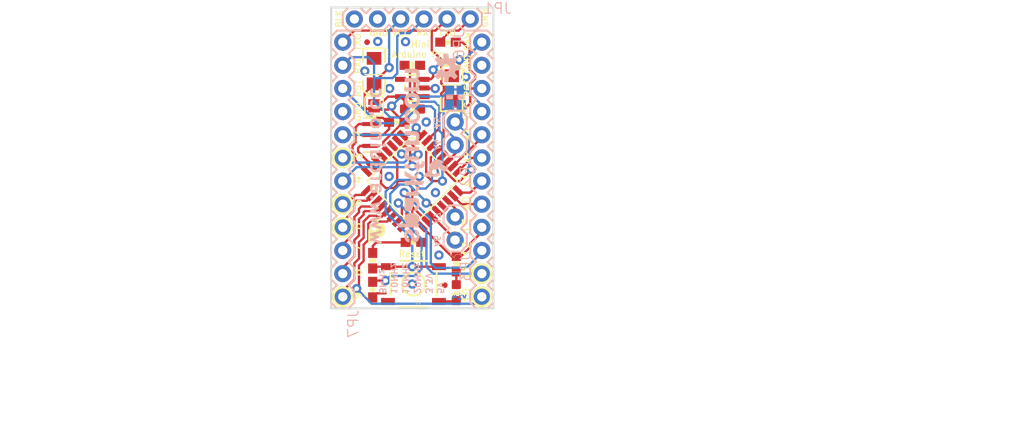
<source format=kicad_pcb>
(kicad_pcb (version 20211014) (generator pcbnew)
  (layers (0 "F.Cu" signal) (31 "B.Cu" signal) (34 "B.Paste" user) (35 "F.Paste" user) (36 "B.SilkS" user "B.Silkscreen") (37 "F.SilkS" user "F.Silkscreen") (38 "B.Mask" user) (39 "F.Mask" user) (44 "Edge.Cuts" user))
  (net 0 "")
  (net 1 "GND")
  (net 2 "AREF")
  (net 3 "RESET")
  (net 4 "SCK")
  (net 5 "MISO")
  (net 6 "MOSI")
  (net 7 "N$7")
  (net 8 "TXO")
  (net 9 "VCC")
  (net 10 "RAW")
  (net 11 "D9")
  (net 12 "D8")
  (net 13 "A5")
  (net 14 "A4")
  (net 15 "A3")
  (net 16 "A2")
  (net 17 "A1")
  (net 18 "A0")
  (net 19 "D2")
  (net 20 "D3")
  (net 21 "D4")
  (net 22 "D5")
  (net 23 "D6")
  (net 24 "D7")
  (net 25 "D10")
  (net 26 "N$1")
  (net 27 "N$2")
  (net 28 "DTR")
  (net 29 "RXI")
  (net 30 "A6")
  (net 31 "A7")
  (net 32 "N$3")
  (net 33 "N$4")
  (footprint "Arduino-Pro-Mini:0603-LED-ALT1" (layer "F.Cu") (at 153.3271 119.7864 180)
    (fp_text reference "D3")
    (fp_text value "Green")
  )
  (footprint "Arduino-Pro-Mini:SFE-LOGO-FLAME" (layer "F.Cu") (at 143.6751 114.5286)
    (fp_text reference "U$1" hide)
    (fp_text value "LOGO-SFESK" hide)
  )
  (footprint "Arduino-Pro-Mini:EIA3216" (layer "F.Cu") (at 152.8191 97.3836 90)
    (fp_text reference "C19")
    (fp_text value "10uF")
  )
  (footprint "Arduino-Pro-Mini:EIA3216" (layer "F.Cu") (at 144.3101 95.4786 -90)
    (fp_text reference "C13")
    (fp_text value "10uF")
  )
  (footprint "Arduino-Pro-Mini:0603-LED-ALT1" (layer "F.Cu") (at 148.5265 99.6442 -90)
    (fp_text reference "LED1")
    (fp_text value "Red")
  )
  (footprint "Arduino-Pro-Mini:MICRO-FIDUCIAL" (layer "F.Cu") (at 152.0571 118.9736)
    (fp_text reference "JP8" hide)
    (fp_text value "FIDUCIALUFIDUCIAL" hide)
  )
  (footprint "Arduino-Pro-Mini:RESONATOR-SMD-1_1" (layer "F.Cu") (at 143.8529 102.489 90)
    (fp_text reference "Q1")
    (fp_text value "8/16/20MHz")
  )
  (footprint "Arduino-Pro-Mini:0603-CAP" (layer "F.Cu") (at 146.7993 101.092 180)
    (fp_text reference "C10")
    (fp_text value "0.1uF")
  )
  (footprint "Arduino-Pro-Mini:0603-RES" (layer "F.Cu") (at 148.5011 94.8436 180)
    (fp_text reference "R11")
    (fp_text value "10K")
  )
  (footprint "Arduino-Pro-Mini:0603-RES" (layer "F.Cu") (at 144.1577 116.2812 90)
    (fp_text reference "R2")
    (fp_text value "10K")
  )
  (footprint "Arduino-Pro-Mini:0603-CAP" (layer "F.Cu") (at 148.6281 114.2746 180)
    (fp_text reference "C3")
    (fp_text value "0.1uF")
  )
  (footprint "Arduino-Pro-Mini:0603-RES" (layer "F.Cu") (at 153.3271 116.6114 -90)
    (fp_text reference "R6")
    (fp_text value "330")
  )
  (footprint "Arduino-Pro-Mini:MICRO-FIDUCIAL" (layer "F.Cu") (at 143.5481 92.3036)
    (fp_text reference "JP5" hide)
    (fp_text value "FIDUCIALUFIDUCIAL" hide)
  )
  (footprint "Arduino-Pro-Mini:SOT23-5" (layer "F.Cu") (at 148.5011 97.3328 90)
    (fp_text reference "U2")
    (fp_text value "MIC5205")
  )
  (footprint "Arduino-Pro-Mini:CREATIVE_COMMONS" (layer "F.Cu") (at 123.628979 130.4036)
    (fp_text reference "FRAME1" hide)
    (fp_text value "FRAME-LETTER" hide)
  )
  (footprint "Arduino-Pro-Mini:0603-CAP" (layer "F.Cu") (at 152.4127 92.3036 180)
    (fp_text reference "C2")
    (fp_text value "0.1uF")
  )
  (footprint "Arduino-Pro-Mini:SJ_2S" (layer "F.Cu") (at 144.3101 99.2886 -90)
    (fp_text reference "SJ1")
    (fp_text value "")
  )
  (footprint "Arduino-Pro-Mini:0603-CAP" (layer "F.Cu") (at 144.1577 119.4562 90)
    (fp_text reference "C1")
    (fp_text value "0.1uF")
  )
  (footprint "Arduino-Pro-Mini:TQFP32-08" (layer "F.Cu") (at 148.5011 107.5436 -45)
    (fp_text reference "U1")
    (fp_text value "ATMEGA328")
  )
  (footprint "Arduino-Pro-Mini:TACTILE-SWITCH-SMD-ALT01" (layer "F.Cu") (at 148.6281 118.8466 180)
    (fp_text reference "S1")
    (fp_text value "Reset")
  )
  (footprint "Arduino-Pro-Mini:0603-RES" (layer "B.Cu") (at 152.5905 98.3488 90)
    (fp_text reference "R1")
    (fp_text value "")
  )
  (footprint "Arduino-Pro-Mini:1X12" (layer "B.Cu") (at 140.8811 120.2436 90)
    (fp_text reference "JP7")
    (fp_text value "")
  )
  (footprint "Arduino-Pro-Mini:1X02" (layer "B.Cu") (at 153.2001 114.0206 90)
    (fp_text reference "JP3")
    (fp_text value "")
  )
  (footprint "Arduino-Pro-Mini:OSHW-LOGO-S" (layer "B.Cu") (at 152.2095 95.123 90)
    (fp_text reference "U$3" hide)
    (fp_text value "OSHW-LOGOS" hide)
  )
  (footprint "Arduino-Pro-Mini:1X06" (layer "B.Cu") (at 154.8511 89.7636 180)
    (fp_text reference "JP1")
    (fp_text value "FTDI Basic")
  )
  (footprint "Arduino-Pro-Mini:1X12" (layer "B.Cu") (at 156.1211 92.3036 -90)
    (fp_text reference "JP6")
    (fp_text value "")
  )
  (footprint "Arduino-Pro-Mini:SFE-NEW-WEBLOGO" (layer "B.Cu") (at 146.7231 114.2746 90)
    (fp_text reference "U$11" hide)
    (fp_text value "LOGO-SFENEW" hide)
  )
  (footprint "Arduino-Pro-Mini:1X02" (layer "B.Cu") (at 153.2001 103.6066 90)
    (fp_text reference "JP2")
    (fp_text value "")
  )
  (footprint "Arduino-Pro-Mini:0603-RES" (layer "B.Cu") (at 153.8605 98.3488 90)
    (fp_text reference "R3")
    (fp_text value "")
  )
  (gr_circle (center 140.8811 105.0036) (end 141.8971 105.0036) (layer "F.SilkS") (width 0.254) (fill none))
  (gr_circle (center 140.8811 112.6236) (end 141.8971 112.6236) (layer "F.SilkS") (width 0.254) (fill none))
  (gr_circle (center 156.1211 120.2436) (end 157.1371 120.2436) (layer "F.SilkS") (width 0.254) (fill none))
  (gr_circle (center 140.8811 110.0836) (end 141.8971 110.0836) (layer "F.SilkS") (width 0.254) (fill none))
  (gr_circle (center 156.1211 117.7036) (end 157.1371 117.7036) (layer "F.SilkS") (width 0.254) (fill none))
  (gr_circle (center 140.8811 120.2436) (end 141.8971 120.2436) (layer "F.SilkS") (width 0.254) (fill none))
  (gr_line (start 139.6111 88.4936) (end 139.6111 121.5136) (layer "Edge.Cuts") (width 0.2032))
  (gr_line (start 139.6111 121.5136) (end 157.3911 121.5136) (layer "Edge.Cuts") (width 0.2032))
  (gr_line (start 157.3911 88.4936) (end 139.6111 88.4936) (layer "Edge.Cuts") (width 0.2032))
  (gr_line (start 157.3911 121.5136) (end 157.3911 88.4936) (layer "Edge.Cuts") (width 0.2032))
  (gr_text "v14" (at 154.5463 120.5738) (layer "B.Cu") (effects (font (size 0.6096 0.6096) (thickness 0.2032)) (justify left bottom mirror)))
  (gr_text "www.arduino.cc" (at 143.8021 114.6556 -90) (layer "B.SilkS") (effects (font (size 1.5113 1.5113) (thickness 0.2667)) (justify left bottom mirror)))
  (gr_text "A6" (at 150.7871 114.8334 -90) (layer "B.SilkS") (effects (font (size 0.69088 0.69088) (thickness 0.12192)) (justify left bottom mirror)))
  (gr_text "8MHz" (at 144.8181 119.9896 -90) (layer "B.SilkS") (effects (font (size 0.69088 0.69088) (thickness 0.12192)) (justify left bottom mirror)))
  (gr_text "5V" (at 151.1681 119.9896 -90) (layer "B.SilkS") (effects (font (size 0.69088 0.69088) (thickness 0.12192)) (justify left bottom mirror)))
  (gr_text "3.3V" (at 149.8981 119.9896 -90) (layer "B.SilkS") (effects (font (size 0.69088 0.69088) (thickness 0.12192)) (justify left bottom mirror)))
  (gr_text "A4" (at 150.7871 104.2416 -90) (layer "B.SilkS") (effects (font (size 0.69088 0.69088) (thickness 0.12192)) (justify left bottom mirror)))
  (gr_text "10MHz" (at 146.0881 119.9896 -90) (layer "B.SilkS") (effects (font (size 0.69088 0.69088) (thickness 0.12192)) (justify left bottom mirror)))
  (gr_text "16MHz" (at 147.3581 119.9896 -90) (layer "B.SilkS") (effects (font (size 0.69088 0.69088) (thickness 0.12192)) (justify left bottom mirror)))
  (gr_text "A7" (at 150.7871 112.2934 -90) (layer "B.SilkS") (effects (font (size 0.69088 0.69088) (thickness 0.12192)) (justify left bottom mirror)))
  (gr_text "20MHz" (at 148.6281 119.9896 -90) (layer "B.SilkS") (effects (font (size 0.69088 0.69088) (thickness 0.12192)) (justify left bottom mirror)))
  (gr_text "A5" (at 150.7871 101.8286 -90) (layer "B.SilkS") (effects (font (size 0.69088 0.69088) (thickness 0.12192)) (justify left bottom mirror)))
  (gr_text "RST" (at 142.9131 98.3996 90) (layer "F.SilkS") (effects (font (size 0.69088 0.69088) (thickness 0.12192)) (justify left bottom)))
  (gr_text "GND" (at 154.9781 95.8596 90) (layer "F.SilkS") (effects (font (size 0.69088 0.69088) (thickness 0.12192)) (justify left bottom)))
  (gr_text "VCC" (at 146.2151 91.6686) (layer "F.SilkS") (effects (font (size 0.69088 0.69088) (thickness 0.12192)) (justify left bottom)))
  (gr_text "A0" (at 154.9781 110.8456 90) (layer "F.SilkS") (effects (font (size 0.8636 0.8636) (thickness 0.1524)) (justify left bottom)))
  (gr_text "GND" (at 142.9131 101.0666 90) (layer "F.SilkS") (effects (font (size 0.69088 0.69088) (thickness 0.12192)) (justify left bottom)))
  (gr_text "9" (at 143.0401 120.6246 90) (layer "F.SilkS") (effects (font (size 0.8636 0.8636) (thickness 0.1524)) (justify left bottom)))
  (gr_text "TXO" (at 142.9131 93.3196 90) (layer "F.SilkS") (effects (font (size 0.69088 0.69088) (thickness 0.12192)) (justify left bottom)))
  (gr_text "10" (at 154.9781 121.0056 90) (layer "F.SilkS") (effects (font (size 0.8636 0.8636) (thickness 0.1524)) (justify left bottom)))
  (gr_text "5" (at 143.0401 110.4646 90) (layer "F.SilkS") (effects (font (size 0.8636 0.8636) (thickness 0.1524)) (justify left bottom)))
  (gr_text "A3" (at 154.9781 103.0986 90) (layer "F.SilkS") (effects (font (size 0.69088 0.69088) (thickness 0.12192)) (justify left bottom)))
  (gr_text "RST" (at 154.9781 98.3996 90) (layer "F.SilkS") (effects (font (size 0.69088 0.69088) (thickness 0.12192)) (justify left bottom)))
  (gr_text "RXI" (at 148.8821 91.6686) (layer "F.SilkS") (effects (font (size 0.69088 0.69088) (thickness 0.12192)) (justify left bottom)))
  (gr_text "VCC" (at 154.9781 100.9396 90) (layer "F.SilkS") (effects (font (size 0.69088 0.69088) (thickness 0.12192)) (justify left bottom)))
  (gr_text "GRN" (at 156.8831 90.7796 90) (layer "F.SilkS") (effects (font (size 0.69088 0.69088) (thickness 0.12192)) (justify left bottom)))
  (gr_text "12" (at 154.9781 115.9256 90) (layer "F.SilkS") (effects (font (size 0.8636 0.8636) (thickness 0.1524)) (justify left bottom)))
  (gr_text "4" (at 143.0401 107.9246 90) (layer "F.SilkS") (effects (font (size 0.8636 0.8636) (thickness 0.1524)) (justify left bottom)))
  (gr_text "RXI" (at 142.9131 95.8596 90) (layer "F.SilkS") (effects (font (size 0.69088 0.69088) (thickness 0.12192)) (justify left bottom)))
  (gr_text "13" (at 154.9781 113.3856 90) (layer "F.SilkS") (effects (font (size 0.8636 0.8636) (thickness 0.1524)) (justify left bottom)))
  (gr_text "Arduino Pro" (at 146.1643 94.0562) (layer "F.SilkS") (effects (font (size 0.69088 0.69088) (thickness 0.12192)) (justify left bottom)))
  (gr_text "RAW" (at 154.9781 93.3196 90) (layer "F.SilkS") (effects (font (size 0.69088 0.69088) (thickness 0.12192)) (justify left bottom)))
  (gr_text "GND" (at 143.6751 91.6686) (layer "F.SilkS") (effects (font (size 0.69088 0.69088) (thickness 0.12192)) (justify left bottom)))
  (gr_text "TXO" (at 151.2951 91.6686) (layer "F.SilkS") (effects (font (size 0.69088 0.69088) (thickness 0.12192)) (justify left bottom)))
  (gr_text "BLK" (at 140.8811 90.7796 90) (layer "F.SilkS") (effects (font (size 0.69088 0.69088) (thickness 0.12192)) (justify left bottom)))
  (gr_text "11" (at 154.9781 118.4656 90) (layer "F.SilkS") (effects (font (size 0.8636 0.8636) (thickness 0.1524)) (justify left bottom)))
  (gr_text "2" (at 142.7607 102.7176 90) (layer "F.SilkS") (effects (font (size 0.69088 0.69088) (thickness 0.12192)) (justify left bottom)))
  (gr_text "8" (at 143.0401 118.0846 90) (layer "F.SilkS") (effects (font (size 0.8636 0.8636) (thickness 0.1524)) (justify left bottom)))
  (gr_text "Reset" (at 146.9517 115.951) (layer "F.SilkS") (effects (font (size 0.69088 0.69088) (thickness 0.12192)) (justify left bottom)))
  (gr_text "7" (at 143.0401 115.4176 90) (layer "F.SilkS") (effects (font (size 0.8636 0.8636) (thickness 0.1524)) (justify left bottom)))
  (gr_text "A2" (at 154.9781 105.6386 90) (layer "F.SilkS") (effects (font (size 0.69088 0.69088) (thickness 0.12192)) (justify left bottom)))
  (gr_text "3" (at 143.0909 105.3846 90) (layer "F.SilkS") (effects (font (size 0.8636 0.8636) (thickness 0.1524)) (justify left bottom)))
  (gr_text "6" (at 143.0401 113.0046 90) (layer "F.SilkS") (effects (font (size 0.8636 0.8636) (thickness 0.1524)) (justify left bottom)))
  (gr_text "A1" (at 154.9781 108.3056 90) (layer "F.SilkS") (effects (font (size 0.8636 0.8636) (thickness 0.1524)) (justify left bottom)))
  (gr_text "Mini" (at 148.2471 92.9386) (layer "F.SilkS") (effects (font (size 0.69088 0.69088) (thickness 0.12192)) (justify left bottom)))
  (segment (start 144.6013 119.8626) (end 145.5801 119.8626) (width 0.254) (layer "F.Cu") (net 1))
  (segment (start 145.2753 100.6094) (end 144.6403 100.6094) (width 0.254) (layer "F.Cu") (net 1))
  (segment (start 152.9341 120.7516) (end 151.4221 120.7516) (width 0.254) (layer "F.Cu") (net 1))
  (segment (start 147.277153 104.6226) (end 147.3581 104.6226) (width 0.254) (layer "F.Cu") (net 1))
  (segment (start 144.8689 102.489) (end 145.3007 102.489) (width 0.254) (layer "F.Cu") (net 1))
  (segment (start 146.3143 103.659747) (end 147.277153 104.6226) (width 0.254) (layer "F.Cu") (net 1))
  (segment (start 145.9611 101.8286) (end 145.9611 101.2952) (width 0.254) (layer "F.Cu") (net 1))
  (segment (start 144.6403 100.6094) (end 144.6149 100.584) (width 0.254) (layer "F.Cu") (net 1))
  (segment (start 145.9611 101.1038) (end 145.9493 101.092) (width 0.254) (layer "F.Cu") (net 1))
  (segment (start 145.3007 102.489) (end 145.9611 101.8286) (width 0.254) (layer "F.Cu") (net 1))
  (segment (start 144.1577 120.3062) (end 144.6013 119.8626) (width 0.254) (layer "F.Cu") (net 1))
  (segment (start 145.9611 101.2952) (end 145.2753 100.6094) (width 0.254) (layer "F.Cu") (net 1))
  (segment (start 151.0157 97.3836) (end 149.7711 97.3836) (width 0.254) (layer "F.Cu") (net 1))
  (via (at 147.3327 104.5718) (size 1.016) (drill 0.508) (layers "F.Cu" "B.Cu") (net 1))
  (via (at 150.0251 101.0666) (size 1.016) (drill 0.508) (layers "F.Cu" "B.Cu") (net 1))
  (via (at 147.7645 92.2528) (size 1.016) (drill 0.508) (layers "F.Cu" "B.Cu") (net 1))
  (via (at 149.2631 107.0356) (size 1.016) (drill 0.508) (layers "F.Cu" "B.Cu") (net 1))
  (via (at 145.9611 107.0356) (size 1.016) (drill 0.508) (layers "F.Cu" "B.Cu") (net 1))
  (via (at 148.5011 118.8466) (size 1.016) (drill 0.508) (layers "F.Cu" "B.Cu") (net 1))
  (via (at 143.2941 95.4786) (size 1.016) (drill 0.508) (layers "F.Cu" "B.Cu") (net 1))
  (via (at 151.0157 97.3836) (size 1.016) (drill 0.508) (layers "F.Cu" "B.Cu") (net 1))
  (via (at 146.0119 97.3836) (size 1.016) (drill 0.508) (layers "F.Cu" "B.Cu") (net 1))
  (via (at 151.0411 108.8136) (size 1.016) (drill 0.508) (layers "F.Cu" "B.Cu") (net 1))
  (via (at 151.4221 115.6716) (size 1.016) (drill 0.508) (layers "F.Cu" "B.Cu") (net 1))
  (via (at 144.7165 92.2274) (size 1.016) (drill 0.508) (layers "F.Cu" "B.Cu") (net 1))
  (via (at 154.3685 96.1136) (size 1.016) (drill 0.508) (layers "F.Cu" "B.Cu") (net 1))
  (segment (start 145.5801 118.4656) (end 144.2983 118.4656) (width 0.254) (layer "F.Cu") (net 2))
  (segment (start 144.2983 118.4656) (end 144.1577 118.6062) (width 0.254) (layer "F.Cu") (net 2))
  (segment (start 150.348409 109.9566) (end 150.0251 109.9566) (width 0.254) (layer "F.Cu") (net 2))
  (segment (start 150.0251 109.9566) (end 150.3483 109.9566) (width 0.254) (layer "F.Cu") (net 2))
  (segment (start 151.253581 110.861772) (end 150.348409 109.9566) (width 0.254) (layer "F.Cu") (net 2))
  (via (at 150.0251 109.9566) (size 1.016) (drill 0.508) (layers "F.Cu" "B.Cu") (net 2))
  (via (at 145.5801 118.4656) (size 1.016) (drill 0.508) (layers "F.Cu" "B.Cu") (net 2))
  (segment (start 150.0251 109.8296) (end 150.0251 109.9566) (width 0.254) (layer "B.Cu") (net 2))
  (segment (start 146.0881 110.4646) (end 146.0881 108.9406) (width 0.254) (layer "B.Cu") (net 2))
  (segment (start 147.1041 107.9246) (end 148.1201 107.9246) (width 0.254) (layer "B.Cu") (net 2))
  (segment (start 148.7551 117.9576) (end 149.5171 117.1956) (width 0.254) (layer "B.Cu") (net 2))
  (segment (start 149.5171 117.1956) (end 149.5171 113.8936) (width 0.254) (layer "B.Cu") (net 2))
  (segment (start 148.1201 107.9246) (end 150.0251 109.8296) (width 0.254) (layer "B.Cu") (net 2))
  (segment (start 149.5171 113.8936) (end 146.0881 110.4646) (width 0.254) (layer "B.Cu") (net 2))
  (segment (start 148.7551 117.9576) (end 146.0881 117.9576) (width 0.254) (layer "B.Cu") (net 2))
  (segment (start 146.0881 117.9576) (end 145.5801 118.4656) (width 0.254) (layer "B.Cu") (net 2))
  (segment (start 146.0881 108.9406) (end 147.1041 107.9246) (width 0.254) (layer "B.Cu") (net 2))
  (segment (start 154.8511 97.3836) (end 156.1211 97.3836) (width 0.254) (layer "F.Cu") (net 3))
  (segment (start 151.9301 103.548913) (end 151.9301 100.4316) (width 0.254) (layer "F.Cu") (net 3))
  (segment (start 154.7749 95.3262) (end 154.7749 93.091) (width 0.254) (layer "F.Cu") (net 3))
  (segment (start 151.253568 104.225432) (end 151.253581 104.225432) (width 0.254) (layer "F.Cu") (net 3))
  (segment (start 152.5651 99.7966) (end 154.0891 99.7966) (width 0.2032) (layer "F.Cu") (net 3))
  (segment (start 155.3845 96.2914) (end 155.3845 95.9358) (width 0.254) (layer "F.Cu") (net 3))
  (segment (start 148.5011 116.9416) (end 145.8341 116.9416) (width 0.254) (layer "F.Cu") (net 3))
  (segment (start 145.8341 116.9416) (end 144.3473 116.9416) (width 0.254) (layer "F.Cu") (net 3))
  (segment (start 154.8511 99.0346) (end 154.8511 97.3836) (width 0.254) (layer "F.Cu") (net 3))
  (segment (start 144.3473 116.9416) (end 144.1577 117.1312) (width 0.254) (layer "F.Cu") (net 3))
  (segment (start 150.5331 104.9459) (end 151.253568 104.225432) (width 0.254) (layer "F.Cu") (net 3))
  (segment (start 151.9301 100.4316) (end 152.5651 99.7966) (width 0.2032) (layer "F.Cu") (net 3))
  (segment (start 151.253581 104.225432) (end 151.9301 103.548913) (width 0.254) (layer "F.Cu") (net 3))
  (segment (start 153.9875 92.3036) (end 153.2627 92.3036) (width 0.254) (layer "F.Cu") (net 3))
  (segment (start 154.7749 93.091) (end 153.9875 92.3036) (width 0.254) (layer "F.Cu") (net 3))
  (segment (start 155.3845 95.9358) (end 154.7749 95.3262) (width 0.254) (layer "F.Cu") (net 3))
  (segment (start 150.9141 106.5276) (end 150.5331 106.1466) (width 0.254) (layer "F.Cu") (net 3))
  (segment (start 154.8511 97.3836) (end 154.8511 96.8248) (width 0.254) (layer "F.Cu") (net 3))
  (segment (start 148.5011 116.9416) (end 151.4221 116.9416) (width 0.254) (layer "F.Cu") (net 3))
  (segment (start 154.8511 96.8248) (end 155.3845 96.2914) (width 0.254) (layer "F.Cu") (net 3))
  (segment (start 154.0891 99.7966) (end 154.8511 99.0346) (width 0.254) (layer "F.Cu") (net 3))
  (segment (start 150.5331 106.1466) (end 150.5331 104.9459) (width 0.254) (layer "F.Cu") (net 3))
  (via (at 150.9141 106.5276) (size 1.016) (drill 0.508) (layers "F.Cu" "B.Cu") (net 3))
  (via (at 148.5011 116.9416) (size 1.016) (drill 0.508) (layers "F.Cu" "B.Cu") (net 3))
  (segment (start 150.9141 106.5276) (end 150.9903 106.4514) (width 0.254) (layer "B.Cu") (net 3))
  (segment (start 150.6601 106.7816) (end 150.9141 106.5276) (width 0.254) (layer "B.Cu") (net 3))
  (segment (start 149.9616 108.3691) (end 150.6601 107.6706) (width 0.254) (layer "B.Cu") (net 3))
  (segment (start 150.6601 107.6706) (end 150.6601 106.7816) (width 0.254) (layer "B.Cu") (net 3))
  (segment (start 144.6911 101.1936) (end 140.8811 97.3836) (width 0.254) (layer "B.Cu") (net 3))
  (segment (start 146.8501 107.4166) (end 148.3741 107.4166) (width 0.254) (layer "B.Cu") (net 3))
  (segment (start 148.5011 113.8936) (end 145.5801 110.9726) (width 0.254) (layer "B.Cu") (net 3))
  (segment (start 145.5801 110.9726) (end 145.5801 108.6866) (width 0.254) (layer "B.Cu") (net 3))
  (segment (start 147.3581 101.1936) (end 144.6911 101.1936) (width 0.254) (layer "B.Cu") (net 3))
  (segment (start 150.9903 99.7712) (end 150.5585 99.3394) (width 0.254) (layer "B.Cu") (net 3))
  (segment (start 149.2123 99.3394) (end 147.3581 101.1936) (width 0.254) (layer "B.Cu") (net 3))
  (segment (start 150.9903 106.4514) (end 150.9903 99.7712) (width 0.254) (layer "B.Cu") (net 3))
  (segment (start 149.3266 108.3691) (end 149.9616 108.3691) (width 0.254) (layer "B.Cu") (net 3))
  (segment (start 150.5585 99.3394) (end 149.2123 99.3394) (width 0.254) (layer "B.Cu") (net 3))
  (segment (start 148.3741 107.4166) (end 149.3266 108.3691) (width 0.254) (layer "B.Cu") (net 3))
  (segment (start 148.5011 116.9416) (end 148.5011 113.8936) (width 0.254) (layer "B.Cu") (net 3))
  (segment (start 145.5801 108.6866) (end 146.8501 107.4166) (width 0.254) (layer "B.Cu") (net 3))
  (segment (start 153.8723 115.7614) (end 154.8511 114.7826) (width 0.254) (layer "F.Cu") (net 4))
  (segment (start 153.7961 115.8376) (end 153.8723 115.7614) (width 0.254) (layer "F.Cu") (net 4))
  (segment (start 152.759096 115.7614) (end 152.2362 115.238504) (width 0.254) (layer "F.Cu") (net 4))
  (segment (start 153.3271 115.7614) (end 153.8723 115.7614) (width 0.254) (layer "F.Cu") (net 4))
  (segment (start 152.759096 115.7614) (end 152.835296 115.8376) (width 0.254) (layer "F.Cu") (net 4))
  (segment (start 153.3271 115.7614) (end 152.759096 115.7614) (width 0.254) (layer "F.Cu") (net 4))
  (segment (start 154.8511 114.4016) (end 156.1211 113.1316) (width 0.254) (layer "F.Cu") (net 4))
  (segment (start 156.1211 113.1316) (end 156.1211 112.6236) (width 0.254) (layer "F.Cu") (net 4))
  (segment (start 154.8511 114.7826) (end 154.8511 114.4016) (width 0.254) (layer "F.Cu") (net 4))
  (segment (start 149.556525 112.558829) (end 152.2362 115.238504) (width 0.254) (layer "F.Cu") (net 4))
  (segment (start 147.8661 112.1384) (end 147.445671 112.558829) (width 0.254) (layer "F.Cu") (net 5))
  (segment (start 147.8661 109.0676) (end 147.8661 112.1384) (width 0.254) (layer "F.Cu") (net 5))
  (segment (start 147.6121 108.8136) (end 147.8661 109.0676) (width 0.254) (layer "F.Cu") (net 5))
  (via (at 147.6121 108.8136) (size 1.016) (drill 0.508) (layers "F.Cu" "B.Cu") (net 5))
  (segment (start 156.1211 115.3922) (end 156.1211 115.1636) (width 0.254) (layer "B.Cu") (net 5))
  (segment (start 150.5331 116.5606) (end 150.5331 111.7346) (width 0.254) (layer "B.Cu") (net 5))
  (segment (start 151.0411 117.0686) (end 154.4447 117.0686) (width 0.254) (layer "B.Cu") (net 5))
  (segment (start 154.4447 117.0686) (end 156.1211 115.3922) (width 0.254) (layer "B.Cu") (net 5))
  (segment (start 150.5331 111.7346) (end 147.6121 108.8136) (width 0.254) (layer "B.Cu") (net 5))
  (segment (start 151.0411 117.0686) (end 150.5331 116.5606) (width 0.254) (layer "B.Cu") (net 5))
  (segment (start 147.3581 110.3376) (end 146.9771 109.9566) (width 0.254) (layer "F.Cu") (net 6))
  (segment (start 147.3581 111.515) (end 146.879984 111.993116) (width 0.254) (layer "F.Cu") (net 6))
  (segment (start 147.3581 111.515) (end 147.3581 110.3376) (width 0.254) (layer "F.Cu") (net 6))
  (segment (start 146.879984 111.993116) (end 146.879984 111.993141) (width 0.254) (layer "F.Cu") (net 6))
  (via (at 146.9771 109.9566) (size 1.016) (drill 0.508) (layers "F.Cu" "B.Cu") (net 6))
  (segment (start 150.7871 117.7036) (end 150.0505 116.967) (width 0.254) (layer "B.Cu") (net 6))
  (segment (start 146.9771 109.9566) (end 150.0505 113.03) (width 0.254) (layer "B.Cu") (net 6))
  (segment (start 150.0505 113.03) (end 150.0505 116.967) (width 0.254) (layer "B.Cu") (net 6))
  (segment (start 150.7871 117.7036) (end 156.1211 117.7036) (width 0.254) (layer "B.Cu") (net 6))
  (segment (start 153.3271 118.9094) (end 153.3271 117.4614) (width 0.254) (layer "F.Cu") (net 7))
  (segment (start 150.6347 93.1672) (end 150.6347 91.0336) (width 0.254) (layer "F.Cu") (net 8))
  (segment (start 151.6761 99.9236) (end 151.6761 97.9424) (width 0.254) (layer "F.Cu") (net 8))
  (segment (start 151.4221 101.7942) (end 151.4221 100.1776) (width 0.254) (layer "F.Cu") (net 8))
  (segment (start 151.4221 100.1776) (end 151.6761 99.9236) (width 0.254) (layer "F.Cu") (net 8))
  (segment (start 151.9555 97.1042) (end 151.6761 96.8248) (width 0.254) (layer "F.Cu") (net 8))
  (segment (start 142.1511 91.0336) (end 140.8811 92.3036) (width 0.254) (layer "F.Cu") (net 8))
  (segment (start 150.6347 91.0336) (end 150.6601 91.0336) (width 0.254) (layer "F.Cu") (net 8))
  (segment (start 150.6347 91.0336) (end 142.1511 91.0336) (width 0.254) (layer "F.Cu") (net 8))
  (segment (start 151.9555 97.663) (end 151.9555 97.1042) (width 0.254) (layer "F.Cu") (net 8))
  (segment (start 151.6761 97.9424) (end 151.9555 97.663) (width 0.254) (layer "F.Cu") (net 8))
  (segment (start 151.0411 91.0336) (end 152.3111 89.7636) (width 0.254) (layer "F.Cu") (net 8))
  (segment (start 150.122212 103.094063) (end 151.422075 101.7942) (width 0.254) (layer "F.Cu") (net 8))
  (segment (start 151.0411 91.0336) (end 150.6601 91.0336) (width 0.254) (layer "F.Cu") (net 8))
  (segment (start 151.422075 101.7942) (end 151.4221 101.7942) (width 0.254) (layer "F.Cu") (net 8))
  (segment (start 151.6761 96.8248) (end 151.6761 94.2086) (width 0.254) (layer "F.Cu") (net 8))
  (segment (start 151.6761 94.2086) (end 150.6347 93.1672) (width 0.254) (layer "F.Cu") (net 8))
  (segment (start 143.5481 99.6696) (end 144.2792 99.6696) (width 0.254) (layer "F.Cu") (net 9))
  (segment (start 143.2941 97.8946) (end 144.3101 96.8786) (width 0.254) (layer "F.Cu") (net 9))
  (segment (start 147.5867 101.092) (end 147.6493 101.092) (width 0.254) (layer "F.Cu") (net 9))
  (segment (start 144.3101 99.7005) (end 145.854 99.7005) (width 0.254) (layer "F.Cu") (net 9))
  (segment (start 145.748615 104.022316) (end 145.748615 104.225432) (width 0.254) (layer "F.Cu") (net 9))
  (segment (start 145.748615 104.225516) (end 145.748615 104.225432) (width 0.254) (layer "F.Cu") (net 9))
  (segment (start 148.5011 110.372029) (end 148.5011 108.3056) (width 0.254) (layer "F.Cu") (net 9))
  (segment (start 145.5801 108.3056) (end 145.0721 107.7976) (width 0.254) (layer "F.Cu") (net 9))
  (segment (start 144.2792 99.6696) (end 144.3101 99.7005) (width 0.254) (layer "F.Cu") (net 9))
  (segment (start 143.2941 99.4156) (end 143.5481 99.6696) (width 0.254) (layer "F.Cu") (net 9))
  (segment (start 145.748615 104.200116) (end 145.748615 104.225432) (width 0.254) (layer "F.Cu") (net 9))
  (segment (start 144.1831 114.6556) (end 144.1831 115.4058) (width 0.254) (layer "F.Cu") (net 9))
  (segment (start 146.8501 107.5436) (end 146.8501 107.9246) (width 0.254) (layer "F.Cu") (net 9))
  (segment (start 144.1831 115.4058) (end 144.1577 115.4312) (width 0.254) (layer "F.Cu") (net 9))
  (segment (start 145.9611 95.0976) (end 144.3101 96.7486) (width 0.254) (layer "F.Cu") (net 9))
  (segment (start 147.7391 107.5436) (end 146.8501 107.5436) (width 0.254) (layer "F.Cu") (net 9))
  (segment (start 145.854 99.7005) (end 146.2405 99.314) (width 0.254) (layer "F.Cu") (net 9))
  (segment (start 145.3261 103.5998) (end 145.3261 103.251) (width 0.254) (layer "F.Cu") (net 9))
  (segment (start 145.748615 104.225432) (end 146.8501 105.326916) (width 0.254) (layer "F.Cu") (net 9))
  (segment (start 150.122212 111.993141) (end 148.5011 110.372029) (width 0.254) (layer "F.Cu") (net 9))
  (segment (start 148.5011 108.3056) (end 147.7391 107.5436) (width 0.254) (layer "F.Cu") (net 9))
  (segment (start 144.617243 105.356804) (end 145.0721 105.81166) (width 0.254) (layer "F.Cu") (net 9))
  (segment (start 147.4851 101.092) (end 147.6493 101.092) (width 0.254) (layer "F.Cu") (net 9))
  (segment (start 145.0721 107.7976) (end 145.0721 105.81166) (width 0.254) (layer "F.Cu") (net 9))
  (segment (start 144.5641 114.2746) (end 144.1831 114.6556) (width 0.254) (layer "F.Cu") (net 9))
  (segment (start 148.5011 110.4645) (end 148.5473 110.4183) (width 0.254) (layer "F.Cu") (net 9))
  (segment (start 146.8501 107.5436) (end 146.8501 105.326916) (width 0.254) (layer "F.Cu") (net 9))
  (segment (start 146.2405 99.7458) (end 146.2405 99.314) (width 0.254) (layer "F.Cu") (net 9))
  (segment (start 145.3261 103.5998) (end 145.748615 104.022316) (width 0.254) (layer "F.Cu") (net 9))
  (segment (start 148.5473 110.4183) (end 148.5011 110.3721) (width 0.254) (layer "F.Cu") (net 9))
  (segment (start 146.8501 107.9246) (end 146.4691 108.3056) (width 0.254) (layer "F.Cu") (net 9))
  (segment (start 148.5011 113.5516) (end 147.7781 114.2746) (width 0.254) (layer "F.Cu") (net 9))
  (segment (start 148.5011 110.4645) (end 148.5011 113.5516) (width 0.254) (layer "F.Cu") (net 9))
  (segment (start 144.3101 96.7486) (end 144.3101 96.8786) (width 0.254) (layer "F.Cu") (net 9))
  (segment (start 145.3261 103.251) (end 147.4851 101.092) (width 0.254) (layer "F.Cu") (net 9))
  (segment (start 146.2405 99.7458) (end 147.5867 101.092) (width 0.254) (layer "F.Cu") (net 9))
  (segment (start 143.2941 97.8946) (end 143.2941 99.4156) (width 0.254) (layer "F.Cu") (net 9))
  (segment (start 147.7781 114.2746) (end 144.5641 114.2746) (width 0.254) (layer "F.Cu") (net 9))
  (segment (start 148.5011 110.4645) (end 148.5011 110.372029) (width 0.254) (layer "F.Cu") (net 9))
  (segment (start 146.4691 108.3056) (end 145.5801 108.3056) (width 0.254) (layer "F.Cu") (net 9))
  (via (at 145.9611 95.0976) (size 1.016) (drill 0.508) (layers "F.Cu" "B.Cu") (net 9))
  (via (at 146.2405 99.314) (size 1.016) (drill 0.508) (layers "F.Cu" "B.Cu") (net 9))
  (segment (start 145.9611 91.0336) (end 145.9611 95.0976) (width 0.254) (layer "B.Cu") (net 9))
  (segment (start 152.5905 97.4988) (end 153.8605 97.4988) (width 0.254) (layer "B.Cu") (net 9))
  (segment (start 147.2819 98.2726) (end 146.2405 99.314) (width 0.254) (layer "B.Cu") (net 9))
  (segment (start 151.8167 98.2726) (end 152.5905 97.4988) (width 0.254) (layer "B.Cu") (net 9))
  (segment (start 156.1211 99.2378) (end 156.1211 99.9236) (width 0.254) (layer "B.Cu") (net 9))
  (segment (start 154.5971 97.7138) (end 154.0755 97.7138) (width 0.254) (layer "B.Cu") (net 9))
  (segment (start 147.2819 98.2726) (end 151.8167 98.2726) (width 0.254) (layer "B.Cu") (net 9))
  (segment (start 154.0755 97.7138) (end 153.8605 97.4988) (width 0.254) (layer "B.Cu") (net 9))
  (segment (start 145.9611 91.0336) (end 147.2311 89.7636) (width 0.254) (layer "B.Cu") (net 9))
  (segment (start 154.5971 97.7138) (end 156.1211 99.2378) (width 0.254) (layer "B.Cu") (net 9))
  (segment (start 153.6573 94.234) (end 153.6573 95.1454) (width 0.254) (layer "F.Cu") (net 10))
  (segment (start 148.7551 97.8154) (end 148.7551 96.7486) (width 0.254) (layer "F.Cu") (net 10))
  (segment (start 148.7551 96.7486) (end 149.1209 96.3828) (width 0.254) (layer "F.Cu") (net 10))
  (segment (start 150.7871 95.3516) (end 150.7871 96.1136) (width 0.254) (layer "F.Cu") (net 10))
  (segment (start 149.1209 96.3828) (end 149.8012 96.3828) (width 0.254) (layer "F.Cu") (net 10))
  (segment (start 149.6894 98.171) (end 149.8012 98.2828) (width 0.254) (layer "F.Cu") (net 10))
  (segment (start 150.7871 96.1136) (end 150.5331 96.3676) (width 0.254) (layer "F.Cu") (net 10))
  (segment (start 149.6894 98.171) (end 149.1107 98.171) (width 0.254) (layer "F.Cu") (net 10))
  (segment (start 153.6573 95.1454) (end 152.8191 95.9836) (width 0.254) (layer "F.Cu") (net 10))
  (segment (start 149.1107 98.171) (end 148.7551 97.8154) (width 0.254) (layer "F.Cu") (net 10))
  (segment (start 150.5331 96.3676) (end 149.8164 96.3676) (width 0.254) (layer "F.Cu") (net 10))
  (segment (start 149.8164 96.3676) (end 149.8012 96.3828) (width 0.254) (layer "F.Cu") (net 10))
  (via (at 153.6573 94.234) (size 1.016) (drill 0.508) (layers "F.Cu" "B.Cu") (net 10))
  (via (at 150.7871 95.3516) (size 1.016) (drill 0.508) (layers "F.Cu" "B.Cu") (net 10))
  (segment (start 151.9047 94.234) (end 150.7871 95.3516) (width 0.254) (layer "B.Cu") (net 10))
  (segment (start 153.6573 94.234) (end 151.9047 94.234) (width 0.254) (layer "B.Cu") (net 10))
  (segment (start 154.1907 94.234) (end 156.1211 92.3036) (width 0.254) (layer "B.Cu") (net 10))
  (segment (start 153.6573 94.234) (end 154.1907 94.234) (width 0.254) (layer "B.Cu") (net 10))
  (segment (start 144.6911 111.4806) (end 145.1298 111.4806) (width 0.254) (layer "F.Cu") (net 11))
  (segment (start 140.8811 119.6086) (end 142.1511 118.3386) (width 0.254) (layer "F.Cu") (net 11))
  (segment (start 142.6591 114.2746) (end 143.1671 113.7666) (width 0.254) (layer "F.Cu") (net 11))
  (segment (start 143.1671 113.7666) (end 143.1671 111.9886) (width 0.254) (layer "F.Cu") (net 11))
  (segment (start 142.1511 118.3386) (end 142.1511 116.5606) (width 0.254) (layer "F.Cu") (net 11))
  (segment (start 144.5641 111.3536) (end 144.6911 111.4806) (width 0.254) (layer "F.Cu") (net 11))
  (segment (start 142.1511 116.5606) (end 142.6591 116.0526) (width 0.254) (layer "F.Cu") (net 11))
  (segment (start 140.8811 120.2436) (end 140.8811 119.6086) (width 0.254) (layer "F.Cu") (net 11))
  (segment (start 143.1671 111.9886) (end 143.8021 111.3536) (width 0.254) (layer "F.Cu") (net 11))
  (segment (start 145.1298 111.4806) (end 145.748615 110.861785) (width 0.254) (layer "F.Cu") (net 11))
  (segment (start 142.6591 116.0526) (end 142.6591 114.2746) (width 0.254) (layer "F.Cu") (net 11))
  (segment (start 145.748615 110.861785) (end 145.748615 110.861772) (width 0.254) (layer "F.Cu") (net 11))
  (segment (start 143.8021 111.3536) (end 144.5641 111.3536) (width 0.254) (layer "F.Cu") (net 11))
  (segment (start 144.6334 110.8456) (end 145.182915 110.296085) (width 0.254) (layer "F.Cu") (net 12))
  (segment (start 140.8811 117.7036) (end 140.8811 117.0686) (width 0.254) (layer "F.Cu") (net 12))
  (segment (start 145.182915 110.296085) (end 145.182928 110.296085) (width 0.254) (layer "F.Cu") (net 12))
  (segment (start 143.1671 110.9726) (end 143.2941 110.8456) (width 0.254) (layer "F.Cu") (net 12))
  (segment (start 143.1671 111.2266) (end 143.1671 110.9726) (width 0.254) (layer "F.Cu") (net 12))
  (segment (start 142.1511 115.7986) (end 142.1511 114.0206) (width 0.254) (layer "F.Cu") (net 12))
  (segment (start 140.8811 117.0686) (end 142.1511 115.7986) (width 0.254) (layer "F.Cu") (net 12))
  (segment (start 142.1511 114.0206) (end 142.6591 113.5126) (width 0.254) (layer "F.Cu") (net 12))
  (segment (start 143.2941 110.8456) (end 144.6334 110.8456) (width 0.254) (layer "F.Cu") (net 12))
  (segment (start 142.6591 113.5126) (end 142.6591 111.7346) (width 0.254) (layer "F.Cu") (net 12))
  (segment (start 142.6591 111.7346) (end 143.1671 111.2266) (width 0.254) (layer "F.Cu") (net 12))
  (segment (start 153.2001 107.5436) (end 153.7081 107.5436) (width 0.254) (layer "F.Cu") (net 13))
  (segment (start 151.3459 105.2645) (end 151.3459 105.7148) (width 0.254) (layer "F.Cu") (net 13))
  (segment (start 151.3459 105.7148) (end 153.0477 107.4166) (width 0.254) (layer "F.Cu") (net 13))
  (segment (start 151.819268 104.791132) (end 151.819268 104.791119) (width 0.254) (layer "F.Cu") (net 13))
  (segment (start 153.0477 107.4166) (end 153.0731 107.4166) (width 0.254) (layer "F.Cu") (net 13))
  (segment (start 153.0731 107.4166) (end 153.2001 107.5436) (width 0.254) (layer "F.Cu") (net 13))
  (segment (start 153.7081 107.5436) (end 154.9781 106.2736) (width 0.254) (layer "F.Cu") (net 13))
  (segment (start 151.3459 105.2645) (end 151.819268 104.791132) (width 0.254) (layer "F.Cu") (net 13))
  (via (at 154.9781 106.2736) (size 1.016) (drill 0.508) (layers "F.Cu" "B.Cu") (net 13))
  (segment (start 153.8605 100.4062) (end 153.8605 99.1988) (width 0.254) (layer "B.Cu") (net 13))
  (segment (start 153.2001 101.0666) (end 153.8605 100.4062) (width 0.254) (layer "B.Cu") (net 13))
  (segment (start 154.7241 106.0196) (end 154.7241 102.5906) (width 0.2032) (layer "B.Cu") (net 13))
  (segment (start 154.9781 106.2736) (end 154.7241 106.0196) (width 0.2032) (layer "B.Cu") (net 13))
  (segment (start 154.7241 102.5906) (end 153.2001 101.0666) (width 0.2032) (layer "B.Cu") (net 13))
  (segment (start 153.200056 104.5417) (end 153.2001 104.5417) (width 0.254) (layer "F.Cu") (net 14))
  (segment (start 152.384953 105.356804) (end 153.200056 104.5417) (width 0.254) (layer "F.Cu") (net 14))
  (segment (start 153.2001 104.5417) (end 153.2001 103.6066) (width 0.254) (layer "F.Cu") (net 14))
  (segment (start 152.5905 99.1988) (end 152.5905 99.0496) (width 0.254) (layer "B.Cu") (net 14))
  (segment (start 153.2001 103.6066) (end 153.2001 102.9208) (width 0.254) (layer "B.Cu") (net 14))
  (segment (start 153.2001 102.9208) (end 151.9301 101.6508) (width 0.254) (layer "B.Cu") (net 14))
  (segment (start 151.9301 101.6508) (end 151.9301 99.71) (width 0.254) (layer "B.Cu") (net 14))
  (segment (start 151.9301 99.71) (end 152.5905 99.0496) (width 0.254) (layer "B.Cu") (net 14))
  (segment (start 152.5905 99.0496) (end 152.6413 98.9988) (width 0.254) (layer "B.Cu") (net 14))
  (segment (start 152.950637 105.922488) (end 156.1211 102.752025) (width 0.254) (layer "F.Cu") (net 15))
  (segment (start 156.1211 102.752) (end 156.1211 102.4636) (width 0.254) (layer "F.Cu") (net 15))
  (segment (start 156.1211 102.752025) (end 156.1211 102.4636) (width 0.254) (layer "F.Cu") (net 15))
  (segment (start 155.0009 105.0036) (end 156.1211 105.0036) (width 0.254) (layer "F.Cu") (net 16))
  (segment (start 153.516325 106.488175) (end 155.0009 105.0036) (width 0.254) (layer "F.Cu") (net 16))
  (segment (start 156.1211 107.5436) (end 154.8511 108.8136) (width 0.254) (layer "F.Cu") (net 17))
  (segment (start 154.8511 108.8136) (end 153.5811 108.8136) (width 0.254) (layer "F.Cu") (net 17))
  (segment (start 153.5811 108.8136) (end 153.516325 108.748825) (width 0.254) (layer "F.Cu") (net 17))
  (segment (start 153.516325 108.748825) (end 153.516325 108.599029) (width 0.254) (layer "F.Cu") (net 17))
  (segment (start 153.8694 110.083479) (end 153.8694 110.0836) (width 0.254) (layer "F.Cu") (net 18))
  (segment (start 153.8694 110.0836) (end 156.1211 110.0836) (width 0.254) (layer "F.Cu") (net 18))
  (segment (start 152.950637 109.164716) (end 153.8694 110.083479) (width 0.254) (layer "F.Cu") (net 18))
  (segment (start 148.9329 101.90475) (end 148.9329 101.7016) (width 0.254) (layer "F.Cu") (net 19))
  (segment (start 149.556525 102.528375) (end 148.9329 101.90475) (width 0.254) (layer "F.Cu") (net 19))
  (via (at 148.9329 101.7016) (size 1.016) (drill 0.508) (layers "F.Cu" "B.Cu") (net 19))
  (segment (start 140.8811 102.4636) (end 148.1709 102.4636) (width 0.254) (layer "B.Cu") (net 19))
  (segment (start 148.1709 102.4636) (end 148.9329 101.7016) (width 0.254) (layer "B.Cu") (net 19))
  (segment (start 149.1361 104.6226) (end 149.1361 104.2189) (width 0.254) (layer "F.Cu") (net 20))
  (segment (start 149.1361 104.218804) (end 149.1361 104.6226) (width 0.254) (layer "F.Cu") (net 20))
  (segment (start 147.445671 102.528375) (end 149.1361 104.218804) (width 0.254) (layer "F.Cu") (net 20))
  (via (at 149.1361 104.6226) (size 1.016) (drill 0.508) (layers "F.Cu" "B.Cu") (net 20))
  (segment (start 147.6121 105.5116) (end 148.5011 104.6226) (width 0.254) (layer "B.Cu") (net 20))
  (segment (start 140.8811 105.0036) (end 141.3891 105.5116) (width 0.254) (layer "B.Cu") (net 20))
  (segment (start 148.5011 104.6226) (end 149.1361 104.6226) (width 0.254) (layer "B.Cu") (net 20))
  (segment (start 141.3891 105.5116) (end 147.6121 105.5116) (width 0.254) (layer "B.Cu") (net 20))
  (segment (start 147.7391 103.7336) (end 147.5194 103.7336) (width 0.254) (layer "F.Cu") (net 21))
  (segment (start 146.879984 103.094063) (end 147.5194 103.733479) (width 0.254) (layer "F.Cu") (net 21))
  (segment (start 147.5194 103.733479) (end 147.5194 103.7336) (width 0.254) (layer "F.Cu") (net 21))
  (segment (start 148.2471 105.3846) (end 148.2471 104.2416) (width 0.254) (layer "F.Cu") (net 21))
  (segment (start 148.7551 105.8926) (end 148.2471 105.3846) (width 0.254) (layer "F.Cu") (net 21))
  (segment (start 148.2471 104.2416) (end 147.7391 103.7336) (width 0.254) (layer "F.Cu") (net 21))
  (segment (start 148.5011 105.8926) (end 148.7551 105.8926) (width 0.254) (layer "F.Cu") (net 21))
  (via (at 148.5011 105.8926) (size 1.016) (drill 0.508) (layers "F.Cu" "B.Cu") (net 21))
  (segment (start 148.3741 106.0196) (end 148.5011 105.8926) (width 0.254) (layer "B.Cu") (net 21))
  (segment (start 142.4051 106.0196) (end 148.3741 106.0196) (width 0.254) (layer "B.Cu") (net 21))
  (segment (start 140.8811 107.5436) (end 142.4051 106.0196) (width 0.254) (layer "B.Cu") (net 21))
  (segment (start 141.2621 110.0836) (end 142.2781 109.0676) (width 0.254) (layer "F.Cu") (net 22))
  (segment (start 143.0173 109.0676) (end 143.485871 108.599029) (width 0.254) (layer "F.Cu") (net 22))
  (segment (start 140.8811 110.0836) (end 141.2621 110.0836) (width 0.254) (layer "F.Cu") (net 22))
  (segment (start 142.2781 109.0676) (end 143.0173 109.0676) (width 0.254) (layer "F.Cu") (net 22))
  (segment (start 144.051559 109.164716) (end 143.5137 109.702575) (width 0.254) (layer "F.Cu") (net 23))
  (segment (start 143.5137 109.702575) (end 143.5137 109.7026) (width 0.254) (layer "F.Cu") (net 23))
  (segment (start 140.8811 112.6236) (end 140.8811 112.3352) (width 0.254) (layer "F.Cu") (net 23))
  (segment (start 140.8811 112.6236) (end 140.8811 111.9886) (width 0.254) (layer "F.Cu") (net 23))
  (segment (start 142.1511 109.9566) (end 142.4051 109.7026) (width 0.254) (layer "F.Cu") (net 23))
  (segment (start 140.8811 111.9886) (end 142.1511 110.7186) (width 0.254) (layer "F.Cu") (net 23))
  (segment (start 142.1511 110.7186) (end 142.1511 109.9566) (width 0.254) (layer "F.Cu") (net 23))
  (segment (start 142.4051 109.7026) (end 143.5137 109.7026) (width 0.254) (layer "F.Cu") (net 23))
  (segment (start 144.6172 109.7304) (end 144.617243 109.7304) (width 0.254) (layer "F.Cu") (net 24))
  (segment (start 144.01 110.3376) (end 144.6172 109.7304) (width 0.254) (layer "F.Cu") (net 24))
  (segment (start 142.6591 110.9726) (end 142.6591 110.5916) (width 0.254) (layer "F.Cu") (net 24))
  (segment (start 140.8811 114.5286) (end 142.1511 113.2586) (width 0.254) (layer "F.Cu") (net 24))
  (segment (start 140.8811 115.1636) (end 140.8811 114.5286) (width 0.254) (layer "F.Cu") (net 24))
  (segment (start 142.9131 110.3376) (end 144.01 110.3376) (width 0.254) (layer "F.Cu") (net 24))
  (segment (start 142.6591 110.5916) (end 142.9131 110.3376) (width 0.254) (layer "F.Cu") (net 24))
  (segment (start 142.1511 113.2586) (end 142.1511 111.4806) (width 0.254) (layer "F.Cu") (net 24))
  (segment (start 142.1511 111.4806) (end 142.6591 110.9726) (width 0.254) (layer "F.Cu") (net 24))
  (segment (start 144.5641 111.9886) (end 145.7532 111.9886) (width 0.254) (layer "F.Cu") (net 25))
  (segment (start 142.6591 119.1006) (end 142.4051 119.3546) (width 0.254) (layer "F.Cu") (net 25))
  (segment (start 143.6751 112.2426) (end 144.0561 111.8616) (width 0.254) (layer "F.Cu") (net 25))
  (segment (start 144.0561 111.8616) (end 144.4371 111.8616) (width 0.254) (layer "F.Cu") (net 25))
  (segment (start 144.4371 111.8616) (end 144.5641 111.9886) (width 0.254) (layer "F.Cu") (net 25))
  (segment (start 146.3143 111.4275) (end 146.3143 111.427457) (width 0.254) (layer "F.Cu") (net 25))
  (segment (start 143.1671 114.5286) (end 143.6751 114.0206) (width 0.254) (layer "F.Cu") (net 25))
  (segment (start 145.7532 111.9886) (end 146.3143 111.4275) (width 0.254) (layer "F.Cu") (net 25))
  (segment (start 142.6591 116.8146) (end 142.6591 119.1006) (width 0.254) (layer "F.Cu") (net 25))
  (segment (start 143.1671 116.3066) (end 143.1671 114.5286) (width 0.254) (layer "F.Cu") (net 25))
  (segment (start 143.6751 114.0206) (end 143.6751 112.2426) (width 0.254) (layer "F.Cu") (net 25))
  (segment (start 142.6591 116.8146) (end 143.1671 116.3066) (width 0.254) (layer "F.Cu") (net 25))
  (via (at 142.4051 119.3546) (size 1.016) (drill 0.508) (layers "F.Cu" "B.Cu") (net 25))
  (segment (start 155.3591 121.0056) (end 156.1211 120.2436) (width 0.254) (layer "B.Cu") (net 25))
  (segment (start 144.0561 121.0056) (end 155.3591 121.0056) (width 0.254) (layer "B.Cu") (net 25))
  (segment (start 144.0561 121.0056) (end 142.4051 119.3546) (width 0.254) (layer "B.Cu") (net 25))
  (segment (start 143.485871 106.488175) (end 142.2273 105.229604) (width 0.254) (layer "F.Cu") (net 26))
  (segment (start 142.2781 103.3526) (end 142.2781 101.6508) (width 0.254) (layer "F.Cu") (net 26))
  (segment (start 142.6399 101.289) (end 142.2781 101.6508) (width 0.254) (layer "F.Cu") (net 26))
  (segment (start 142.2273 105.229604) (end 142.2273 104.648) (width 0.254) (layer "F.Cu") (net 26))
  (segment (start 141.9479 103.6828) (end 142.2781 103.3526) (width 0.254) (layer "F.Cu") (net 26))
  (segment (start 142.8369 101.289) (end 142.6399 101.289) (width 0.254) (layer "F.Cu") (net 26))
  (segment (start 141.9479 104.2924) (end 141.9479 103.6828) (width 0.254) (layer "F.Cu") (net 26))
  (segment (start 142.2273 104.648) (end 141.9479 104.2924) (width 0.254) (layer "F.Cu") (net 26))
  (segment (start 142.7861 103.689) (end 142.8369 103.689) (width 0.254) (layer "F.Cu") (net 27))
  (segment (start 142.5575 104.3178) (end 144.051559 105.81186) (width 0.254) (layer "F.Cu") (net 27))
  (segment (start 144.051559 105.921654) (end 144.051559 105.922488) (width 0.254) (layer "F.Cu") (net 27))
  (segment (start 142.5575 103.9176) (end 142.7861 103.689) (width 0.254) (layer "F.Cu") (net 27))
  (segment (start 144.051559 105.81186) (end 144.051559 105.922488) (width 0.254) (layer "F.Cu") (net 27))
  (segment (start 142.5575 103.9176) (end 142.5575 104.3178) (width 0.254) (layer "F.Cu") (net 27))
  (segment (start 143.773315 105.64341) (end 144.051559 105.921654) (width 0.254) (layer "F.Cu") (net 27))
  (segment (start 151.5627 92.163) (end 151.5627 92.3036) (width 0.254) (layer "F.Cu") (net 28))
  (segment (start 152.6921 91.0336) (end 151.5627 92.163) (width 0.254) (layer "F.Cu") (net 28))
  (segment (start 152.6921 91.0336) (end 153.5811 91.0336) (width 0.254) (layer "F.Cu") (net 28))
  (segment (start 153.5811 91.0336) (end 154.8511 89.7636) (width 0.254) (layer "F.Cu") (net 28))
  (segment (start 150.687853 103.659747) (end 150.687896 103.659747) (width 0.254) (layer "F.Cu") (net 29))
  (segment (start 150.0251 106.5276) (end 150.0251 104.3225) (width 0.254) (layer "F.Cu") (net 29))
  (segment (start 151.8031 107.5436) (end 150.6601 107.5436) (width 0.254) (layer "F.Cu") (net 29))
  (segment (start 150.0251 104.3225) (end 150.687853 103.659747) (width 0.254) (layer "F.Cu") (net 29))
  (segment (start 150.1521 107.0356) (end 150.0251 106.5276) (width 0.254) (layer "F.Cu") (net 29))
  (segment (start 150.6601 107.5436) (end 150.1521 107.0356) (width 0.254) (layer "F.Cu") (net 29))
  (via (at 151.8031 107.5436) (size 1.016) (drill 0.508) (layers "F.Cu" "B.Cu") (net 29))
  (segment (start 146.8501 95.7326) (end 146.3421 96.2406) (width 0.254) (layer "B.Cu") (net 29))
  (segment (start 151.8031 107.5436) (end 151.8031 102.362) (width 0.254) (layer "B.Cu") (net 29))
  (segment (start 143.6751 93.9546) (end 144.3101 94.5896) (width 0.254) (layer "B.Cu") (net 29))
  (segment (start 146.0881 100.5586) (end 144.3101 98.7806) (width 0.254) (layer "B.Cu") (net 29))
  (segment (start 146.8501 91.6686) (end 146.8501 95.7326) (width 0.254) (layer "B.Cu") (net 29))
  (segment (start 148.8313 98.8314) (end 147.1041 100.5586) (width 0.254) (layer "B.Cu") (net 29))
  (segment (start 144.3101 98.7806) (end 144.3101 96.2406) (width 0.254) (layer "B.Cu") (net 29))
  (segment (start 151.4729 102.0318) (end 151.4729 99.3648) (width 0.254) (layer "B.Cu") (net 29))
  (segment (start 141.7701 93.9546) (end 143.6751 93.9546) (width 0.254) (layer "B.Cu") (net 29))
  (segment (start 149.7711 89.7636) (end 148.2217 91.313) (width 0.254) (layer "B.Cu") (net 29))
  (segment (start 151.4729 99.3648) (end 150.9395 98.8314) (width 0.254) (layer "B.Cu") (net 29))
  (segment (start 148.2217 91.313) (end 147.2057 91.313) (width 0.254) (layer "B.Cu") (net 29))
  (segment (start 147.1041 100.5586) (end 146.0881 100.5586) (width 0.254) (layer "B.Cu") (net 29))
  (segment (start 151.8031 102.362) (end 151.4729 102.0318) (width 0.254) (layer "B.Cu") (net 29))
  (segment (start 150.9395 98.8314) (end 148.8313 98.8314) (width 0.254) (layer "B.Cu") (net 29))
  (segment (start 147.2057 91.313) (end 146.8501 91.6686) (width 0.254) (layer "B.Cu") (net 29))
  (segment (start 144.3101 94.5896) (end 144.3101 96.2406) (width 0.254) (layer "B.Cu") (net 29))
  (segment (start 140.8811 94.8436) (end 141.7701 93.9546) (width 0.254) (layer "B.Cu") (net 29))
  (segment (start 146.3421 96.2406) (end 144.3101 96.2406) (width 0.254) (layer "B.Cu") (net 29))
  (segment (start 153.2001 113.93966) (end 153.2001 114.0206) (width 0.254) (layer "F.Cu") (net 30))
  (segment (start 150.687896 111.427457) (end 153.2001 113.93966) (width 0.254) (layer "F.Cu") (net 30))
  (segment (start 152.384953 109.730454) (end 152.384953 109.7304) (width 0.254) (layer "F.Cu") (net 31))
  (segment (start 153.2001 110.5456) (end 152.384953 109.730454) (width 0.254) (layer "F.Cu") (net 31))
  (segment (start 153.2001 110.5456) (end 153.2001 111.4806) (width 0.254) (layer "F.Cu") (net 31))
  (segment (start 144.3101 98.8767) (end 145.23 98.8767) (width 0.254) (layer "F.Cu") (net 32))
  (segment (start 145.8239 98.2828) (end 145.23 98.8767) (width 0.254) (layer "F.Cu") (net 32))
  (segment (start 147.6495 98.7313) (end 147.201 98.2828) (width 0.254) (layer "F.Cu") (net 32))
  (segment (start 147.201 98.2828) (end 145.8239 98.2828) (width 0.254) (layer "F.Cu") (net 32))
  (segment (start 147.6495 99.6442) (end 147.6495 98.7313) (width 0.254) (layer "F.Cu") (net 32))
  (segment (start 148.2471 95.4396) (end 147.6511 94.8436) (width 0.254) (layer "F.Cu") (net 33))
  (segment (start 149.4035 99.6442) (end 148.2471 98.4878) (width 0.254) (layer "F.Cu") (net 33))
  (segment (start 148.2471 98.4878) (end 148.2471 95.4396) (width 0.254) (layer "F.Cu") (net 33))
)
</source>
